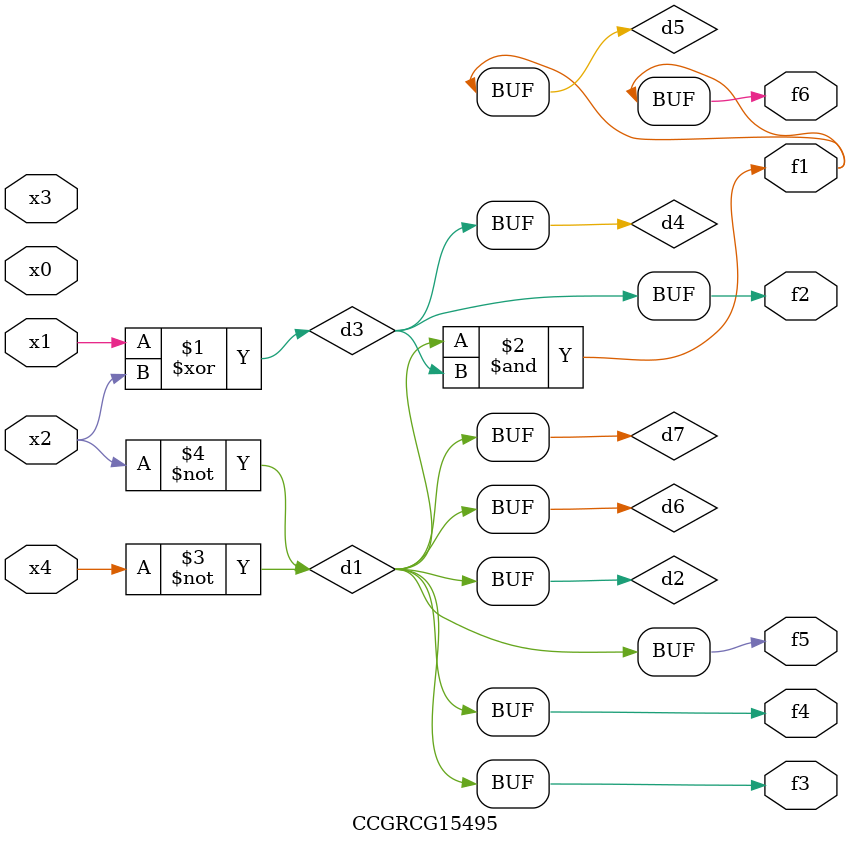
<source format=v>
module CCGRCG15495(
	input x0, x1, x2, x3, x4,
	output f1, f2, f3, f4, f5, f6
);

	wire d1, d2, d3, d4, d5, d6, d7;

	not (d1, x4);
	not (d2, x2);
	xor (d3, x1, x2);
	buf (d4, d3);
	and (d5, d1, d3);
	buf (d6, d1, d2);
	buf (d7, d2);
	assign f1 = d5;
	assign f2 = d4;
	assign f3 = d7;
	assign f4 = d7;
	assign f5 = d7;
	assign f6 = d5;
endmodule

</source>
